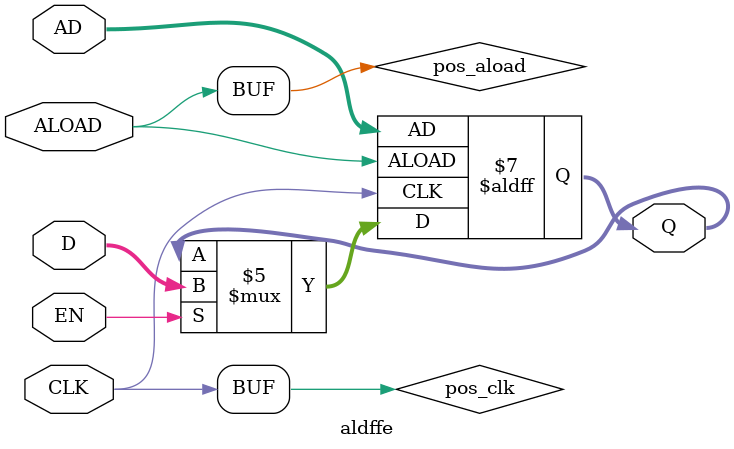
<source format=v>
module aldffe(CLK, ALOAD, AD, EN, D, Q);

  parameter WIDTH = 3;
  parameter CLK_POLARITY = 1'b1;
  parameter EN_POLARITY = 1'b1;
  parameter ALOAD_POLARITY = 1'b1;

  input CLK, ALOAD, EN;
  input [WIDTH-1:0] D;
  input [WIDTH-1:0] AD;
  output reg [WIDTH-1:0] Q;
  wire pos_clk = CLK == CLK_POLARITY;
  wire pos_aload = ALOAD == ALOAD_POLARITY;

  always @(posedge pos_clk, posedge pos_aload) begin
    if (pos_aload)
      Q <= AD;
    else if (EN == EN_POLARITY)
      Q <= D;
  end

endmodule

</source>
